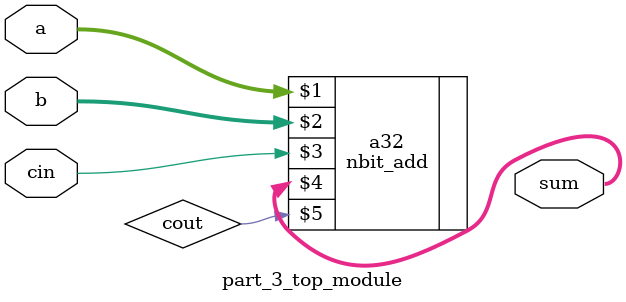
<source format=v>
module part_3_top_module (input [31:0]a, input [31:0]b, input cin, output [31:0] sum);

    nbit_add #(32) a32 (a, b, cin, sum, cout);

endmodule
</source>
